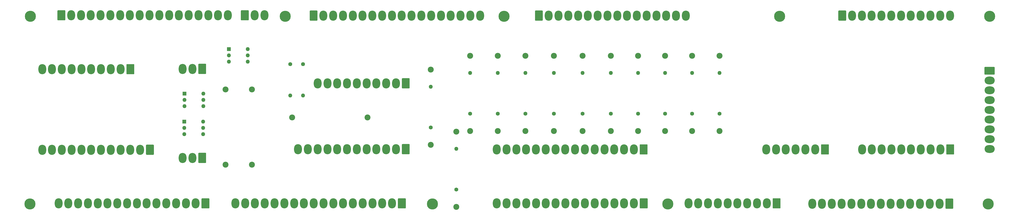
<source format=gts>
G04 #@! TF.GenerationSoftware,KiCad,Pcbnew,5.1.12-84ad8e8a86~92~ubuntu20.04.1*
G04 #@! TF.CreationDate,2022-03-17T08:21:24-04:00*
G04 #@! TF.ProjectId,sys11-interconnect,73797331-312d-4696-9e74-6572636f6e6e,1.1*
G04 #@! TF.SameCoordinates,Original*
G04 #@! TF.FileFunction,Soldermask,Top*
G04 #@! TF.FilePolarity,Negative*
%FSLAX46Y46*%
G04 Gerber Fmt 4.6, Leading zero omitted, Abs format (unit mm)*
G04 Created by KiCad (PCBNEW 5.1.12-84ad8e8a86~92~ubuntu20.04.1) date 2022-03-17 08:21:24*
%MOMM*%
%LPD*%
G01*
G04 APERTURE LIST*
%ADD10O,2.400000X2.400000*%
%ADD11C,2.400000*%
%ADD12O,1.600000X1.600000*%
%ADD13C,1.600000*%
%ADD14C,4.500000*%
%ADD15R,1.600000X1.600000*%
%ADD16O,3.160000X4.100000*%
%ADD17O,4.100000X3.160000*%
G04 APERTURE END LIST*
D10*
X127190500Y-114681000D03*
D11*
X157670500Y-114681000D03*
D12*
X299974000Y-96662000D03*
D13*
X299974000Y-113142000D03*
D10*
X299974000Y-89662000D03*
D11*
X299974000Y-120142000D03*
D12*
X288925000Y-96662000D03*
D13*
X288925000Y-113142000D03*
D10*
X288925000Y-89662000D03*
D11*
X288925000Y-120142000D03*
D12*
X278003000Y-96662000D03*
D13*
X278003000Y-113142000D03*
D10*
X278003000Y-89662000D03*
D11*
X278003000Y-120142000D03*
D12*
X267081000Y-96662000D03*
D13*
X267081000Y-113142000D03*
D10*
X267081000Y-89662000D03*
D11*
X267081000Y-120142000D03*
D12*
X256032000Y-96662000D03*
D13*
X256032000Y-113142000D03*
D10*
X256032000Y-89662000D03*
D11*
X256032000Y-120142000D03*
D12*
X244602000Y-96662000D03*
D13*
X244602000Y-113142000D03*
D10*
X244602000Y-89662000D03*
D11*
X244602000Y-120142000D03*
D12*
X233045000Y-96662000D03*
D13*
X233045000Y-113142000D03*
D10*
X233045000Y-89662000D03*
D11*
X233045000Y-120142000D03*
D12*
X221488000Y-96662000D03*
D13*
X221488000Y-113142000D03*
D10*
X221488000Y-89662000D03*
D11*
X221488000Y-120142000D03*
D12*
X210312000Y-96662000D03*
D13*
X210312000Y-113142000D03*
D10*
X210312000Y-89662000D03*
D11*
X210312000Y-120142000D03*
D12*
X199136000Y-96662000D03*
D13*
X199136000Y-113142000D03*
D10*
X199136000Y-89662000D03*
D11*
X199136000Y-120142000D03*
D12*
X183261000Y-102250000D03*
D13*
X183261000Y-118730000D03*
D10*
X183261000Y-95250000D03*
D11*
X183261000Y-125730000D03*
D12*
X193548000Y-127396000D03*
D13*
X193548000Y-143876000D03*
D10*
X193548000Y-120396000D03*
D11*
X193548000Y-150876000D03*
D14*
X408622500Y-149733000D03*
X279082500Y-149733000D03*
X183896000Y-149733000D03*
X21209000Y-149733000D03*
X409257500Y-73660000D03*
X324294500Y-73660000D03*
X212915500Y-73660000D03*
X124396500Y-73660000D03*
X21336000Y-73660000D03*
D12*
X126428500Y-105791000D03*
D13*
X126428500Y-93091000D03*
D12*
X131635500Y-105791000D03*
D13*
X131635500Y-93091000D03*
D12*
X91249500Y-116332000D03*
X83629500Y-121412000D03*
X91249500Y-118872000D03*
X83629500Y-118872000D03*
X91249500Y-121412000D03*
D15*
X83629500Y-116332000D03*
D12*
X91313000Y-105029000D03*
X83693000Y-110109000D03*
X91313000Y-107569000D03*
X83693000Y-107569000D03*
X91313000Y-110109000D03*
D15*
X83693000Y-105029000D03*
D12*
X109220000Y-86995000D03*
X101600000Y-92075000D03*
X109220000Y-89535000D03*
X101600000Y-89535000D03*
X109220000Y-92075000D03*
D15*
X101600000Y-86995000D03*
D10*
X110934500Y-103314500D03*
D11*
X110934500Y-133794500D03*
D10*
X100266500Y-103314500D03*
D11*
X100266500Y-133794500D03*
D16*
X137524500Y-100838000D03*
X141484500Y-100838000D03*
X145444500Y-100838000D03*
X149404500Y-100838000D03*
X153364500Y-100838000D03*
X157324500Y-100838000D03*
X161284500Y-100838000D03*
X165244500Y-100838000D03*
X169204500Y-100838000D03*
G36*
G01*
X174744500Y-99038000D02*
X174744500Y-102638000D01*
G75*
G02*
X174494500Y-102888000I-250000J0D01*
G01*
X171834500Y-102888000D01*
G75*
G02*
X171584500Y-102638000I0J250000D01*
G01*
X171584500Y-99038000D01*
G75*
G02*
X171834500Y-98788000I250000J0D01*
G01*
X174494500Y-98788000D01*
G75*
G02*
X174744500Y-99038000I0J-250000D01*
G01*
G37*
X32766000Y-149479000D03*
X36726000Y-149479000D03*
X40686000Y-149479000D03*
X44646000Y-149479000D03*
X48606000Y-149479000D03*
X52566000Y-149479000D03*
X56526000Y-149479000D03*
X60486000Y-149479000D03*
X64446000Y-149479000D03*
X68406000Y-149479000D03*
X72366000Y-149479000D03*
X76326000Y-149479000D03*
X80286000Y-149479000D03*
X84246000Y-149479000D03*
X88206000Y-149479000D03*
G36*
G01*
X93746000Y-147679000D02*
X93746000Y-151279000D01*
G75*
G02*
X93496000Y-151529000I-250000J0D01*
G01*
X90836000Y-151529000D01*
G75*
G02*
X90586000Y-151279000I0J250000D01*
G01*
X90586000Y-147679000D01*
G75*
G02*
X90836000Y-147429000I250000J0D01*
G01*
X93496000Y-147429000D01*
G75*
G02*
X93746000Y-147679000I0J-250000D01*
G01*
G37*
X26163000Y-127762000D03*
X30123000Y-127762000D03*
X34083000Y-127762000D03*
X38043000Y-127762000D03*
X42003000Y-127762000D03*
X45963000Y-127762000D03*
X49923000Y-127762000D03*
X53883000Y-127762000D03*
X57843000Y-127762000D03*
X61803000Y-127762000D03*
X65763000Y-127762000D03*
G36*
G01*
X71303000Y-125962000D02*
X71303000Y-129562000D01*
G75*
G02*
X71053000Y-129812000I-250000J0D01*
G01*
X68393000Y-129812000D01*
G75*
G02*
X68143000Y-129562000I0J250000D01*
G01*
X68143000Y-125962000D01*
G75*
G02*
X68393000Y-125712000I250000J0D01*
G01*
X71053000Y-125712000D01*
G75*
G02*
X71303000Y-125962000I0J-250000D01*
G01*
G37*
X26162000Y-95123000D03*
X30122000Y-95123000D03*
X34082000Y-95123000D03*
X38042000Y-95123000D03*
X42002000Y-95123000D03*
X45962000Y-95123000D03*
X49922000Y-95123000D03*
X53882000Y-95123000D03*
X57842000Y-95123000D03*
G36*
G01*
X63382000Y-93323000D02*
X63382000Y-96923000D01*
G75*
G02*
X63132000Y-97173000I-250000J0D01*
G01*
X60472000Y-97173000D01*
G75*
G02*
X60222000Y-96923000I0J250000D01*
G01*
X60222000Y-93323000D01*
G75*
G02*
X60472000Y-93073000I250000J0D01*
G01*
X63132000Y-93073000D01*
G75*
G02*
X63382000Y-93323000I0J-250000D01*
G01*
G37*
X82948500Y-131064000D03*
X86908500Y-131064000D03*
G36*
G01*
X92448500Y-129264000D02*
X92448500Y-132864000D01*
G75*
G02*
X92198500Y-133114000I-250000J0D01*
G01*
X89538500Y-133114000D01*
G75*
G02*
X89288500Y-132864000I0J250000D01*
G01*
X89288500Y-129264000D01*
G75*
G02*
X89538500Y-129014000I250000J0D01*
G01*
X92198500Y-129014000D01*
G75*
G02*
X92448500Y-129264000I0J-250000D01*
G01*
G37*
X82948500Y-94996000D03*
X86908500Y-94996000D03*
G36*
G01*
X92448500Y-93196000D02*
X92448500Y-96796000D01*
G75*
G02*
X92198500Y-97046000I-250000J0D01*
G01*
X89538500Y-97046000D01*
G75*
G02*
X89288500Y-96796000I0J250000D01*
G01*
X89288500Y-93196000D01*
G75*
G02*
X89538500Y-92946000I250000J0D01*
G01*
X92198500Y-92946000D01*
G75*
G02*
X92448500Y-93196000I0J-250000D01*
G01*
G37*
X104257000Y-149479000D03*
X108217000Y-149479000D03*
X112177000Y-149479000D03*
X116137000Y-149479000D03*
X120097000Y-149479000D03*
X124057000Y-149479000D03*
X128017000Y-149479000D03*
X131977000Y-149479000D03*
X135937000Y-149479000D03*
X139897000Y-149479000D03*
X143857000Y-149479000D03*
X147817000Y-149479000D03*
X151777000Y-149479000D03*
X155737000Y-149479000D03*
X159697000Y-149479000D03*
X163657000Y-149479000D03*
X167617000Y-149479000D03*
G36*
G01*
X173157000Y-147679000D02*
X173157000Y-151279000D01*
G75*
G02*
X172907000Y-151529000I-250000J0D01*
G01*
X170247000Y-151529000D01*
G75*
G02*
X169997000Y-151279000I0J250000D01*
G01*
X169997000Y-147679000D01*
G75*
G02*
X170247000Y-147429000I250000J0D01*
G01*
X172907000Y-147429000D01*
G75*
G02*
X173157000Y-147679000I0J-250000D01*
G01*
G37*
X129604500Y-127508000D03*
X133564500Y-127508000D03*
X137524500Y-127508000D03*
X141484500Y-127508000D03*
X145444500Y-127508000D03*
X149404500Y-127508000D03*
X153364500Y-127508000D03*
X157324500Y-127508000D03*
X161284500Y-127508000D03*
X165244500Y-127508000D03*
X169204500Y-127508000D03*
G36*
G01*
X174744500Y-125708000D02*
X174744500Y-129308000D01*
G75*
G02*
X174494500Y-129558000I-250000J0D01*
G01*
X171834500Y-129558000D01*
G75*
G02*
X171584500Y-129308000I0J250000D01*
G01*
X171584500Y-125708000D01*
G75*
G02*
X171834500Y-125458000I250000J0D01*
G01*
X174494500Y-125458000D01*
G75*
G02*
X174744500Y-125708000I0J-250000D01*
G01*
G37*
X209967000Y-149479000D03*
X213927000Y-149479000D03*
X217887000Y-149479000D03*
X221847000Y-149479000D03*
X225807000Y-149479000D03*
X229767000Y-149479000D03*
X233727000Y-149479000D03*
X237687000Y-149479000D03*
X241647000Y-149479000D03*
X245607000Y-149479000D03*
X249567000Y-149479000D03*
X253527000Y-149479000D03*
X257487000Y-149479000D03*
X261447000Y-149479000D03*
X265407000Y-149479000D03*
G36*
G01*
X270947000Y-147679000D02*
X270947000Y-151279000D01*
G75*
G02*
X270697000Y-151529000I-250000J0D01*
G01*
X268037000Y-151529000D01*
G75*
G02*
X267787000Y-151279000I0J250000D01*
G01*
X267787000Y-147679000D01*
G75*
G02*
X268037000Y-147429000I250000J0D01*
G01*
X270697000Y-147429000D01*
G75*
G02*
X270947000Y-147679000I0J-250000D01*
G01*
G37*
X209931000Y-127635000D03*
X213891000Y-127635000D03*
X217851000Y-127635000D03*
X221811000Y-127635000D03*
X225771000Y-127635000D03*
X229731000Y-127635000D03*
X233691000Y-127635000D03*
X237651000Y-127635000D03*
X241611000Y-127635000D03*
X245571000Y-127635000D03*
X249531000Y-127635000D03*
X253491000Y-127635000D03*
X257451000Y-127635000D03*
X261411000Y-127635000D03*
X265371000Y-127635000D03*
G36*
G01*
X270911000Y-125835000D02*
X270911000Y-129435000D01*
G75*
G02*
X270661000Y-129685000I-250000J0D01*
G01*
X268001000Y-129685000D01*
G75*
G02*
X267751000Y-129435000I0J250000D01*
G01*
X267751000Y-125835000D01*
G75*
G02*
X268001000Y-125585000I250000J0D01*
G01*
X270661000Y-125585000D01*
G75*
G02*
X270911000Y-125835000I0J-250000D01*
G01*
G37*
X287448000Y-149479000D03*
X291408000Y-149479000D03*
X295368000Y-149479000D03*
X299328000Y-149479000D03*
X303288000Y-149479000D03*
X307248000Y-149479000D03*
X311208000Y-149479000D03*
X315168000Y-149479000D03*
X319128000Y-149479000D03*
G36*
G01*
X324668000Y-147679000D02*
X324668000Y-151279000D01*
G75*
G02*
X324418000Y-151529000I-250000J0D01*
G01*
X321758000Y-151529000D01*
G75*
G02*
X321508000Y-151279000I0J250000D01*
G01*
X321508000Y-147679000D01*
G75*
G02*
X321758000Y-147429000I250000J0D01*
G01*
X324418000Y-147429000D01*
G75*
G02*
X324668000Y-147679000I0J-250000D01*
G01*
G37*
X318886000Y-127635000D03*
X322846000Y-127635000D03*
X326806000Y-127635000D03*
X330766000Y-127635000D03*
X334726000Y-127635000D03*
X338686000Y-127635000D03*
G36*
G01*
X344226000Y-125835000D02*
X344226000Y-129435000D01*
G75*
G02*
X343976000Y-129685000I-250000J0D01*
G01*
X341316000Y-129685000D01*
G75*
G02*
X341066000Y-129435000I0J250000D01*
G01*
X341066000Y-125835000D01*
G75*
G02*
X341316000Y-125585000I250000J0D01*
G01*
X343976000Y-125585000D01*
G75*
G02*
X344226000Y-125835000I0J-250000D01*
G01*
G37*
X337498000Y-149606000D03*
X341458000Y-149606000D03*
X345418000Y-149606000D03*
X349378000Y-149606000D03*
X353338000Y-149606000D03*
X357298000Y-149606000D03*
X361258000Y-149606000D03*
X365218000Y-149606000D03*
X369178000Y-149606000D03*
X373138000Y-149606000D03*
X377098000Y-149606000D03*
X381058000Y-149606000D03*
X385018000Y-149606000D03*
X388978000Y-149606000D03*
G36*
G01*
X394518000Y-147806000D02*
X394518000Y-151406000D01*
G75*
G02*
X394268000Y-151656000I-250000J0D01*
G01*
X391608000Y-151656000D01*
G75*
G02*
X391358000Y-151406000I0J250000D01*
G01*
X391358000Y-147806000D01*
G75*
G02*
X391608000Y-147556000I250000J0D01*
G01*
X394268000Y-147556000D01*
G75*
G02*
X394518000Y-147806000I0J-250000D01*
G01*
G37*
X357632000Y-127635000D03*
X361592000Y-127635000D03*
X365552000Y-127635000D03*
X369512000Y-127635000D03*
X373472000Y-127635000D03*
X377432000Y-127635000D03*
X381392000Y-127635000D03*
X385352000Y-127635000D03*
X389312000Y-127635000D03*
G36*
G01*
X394852000Y-125835000D02*
X394852000Y-129435000D01*
G75*
G02*
X394602000Y-129685000I-250000J0D01*
G01*
X391942000Y-129685000D01*
G75*
G02*
X391692000Y-129435000I0J250000D01*
G01*
X391692000Y-125835000D01*
G75*
G02*
X391942000Y-125585000I250000J0D01*
G01*
X394602000Y-125585000D01*
G75*
G02*
X394852000Y-125835000I0J-250000D01*
G01*
G37*
D17*
X409194000Y-127438000D03*
X409194000Y-123478000D03*
X409194000Y-119518000D03*
X409194000Y-115558000D03*
X409194000Y-111598000D03*
X409194000Y-107638000D03*
X409194000Y-103678000D03*
X409194000Y-99718000D03*
G36*
G01*
X407394000Y-94178000D02*
X410994000Y-94178000D01*
G75*
G02*
X411244000Y-94428000I0J-250000D01*
G01*
X411244000Y-97088000D01*
G75*
G02*
X410994000Y-97338000I-250000J0D01*
G01*
X407394000Y-97338000D01*
G75*
G02*
X407144000Y-97088000I0J250000D01*
G01*
X407144000Y-94428000D01*
G75*
G02*
X407394000Y-94178000I250000J0D01*
G01*
G37*
D16*
X393191000Y-73406000D03*
X389231000Y-73406000D03*
X385271000Y-73406000D03*
X381311000Y-73406000D03*
X377351000Y-73406000D03*
X373391000Y-73406000D03*
X369431000Y-73406000D03*
X365471000Y-73406000D03*
X361511000Y-73406000D03*
X357551000Y-73406000D03*
X353591000Y-73406000D03*
G36*
G01*
X348051000Y-75206000D02*
X348051000Y-71606000D01*
G75*
G02*
X348301000Y-71356000I250000J0D01*
G01*
X350961000Y-71356000D01*
G75*
G02*
X351211000Y-71606000I0J-250000D01*
G01*
X351211000Y-75206000D01*
G75*
G02*
X350961000Y-75456000I-250000J0D01*
G01*
X348301000Y-75456000D01*
G75*
G02*
X348051000Y-75206000I0J250000D01*
G01*
G37*
X286385000Y-73406000D03*
X282425000Y-73406000D03*
X278465000Y-73406000D03*
X274505000Y-73406000D03*
X270545000Y-73406000D03*
X266585000Y-73406000D03*
X262625000Y-73406000D03*
X258665000Y-73406000D03*
X254705000Y-73406000D03*
X250745000Y-73406000D03*
X246785000Y-73406000D03*
X242825000Y-73406000D03*
X238865000Y-73406000D03*
X234905000Y-73406000D03*
X230945000Y-73406000D03*
G36*
G01*
X225405000Y-75206000D02*
X225405000Y-71606000D01*
G75*
G02*
X225655000Y-71356000I250000J0D01*
G01*
X228315000Y-71356000D01*
G75*
G02*
X228565000Y-71606000I0J-250000D01*
G01*
X228565000Y-75206000D01*
G75*
G02*
X228315000Y-75456000I-250000J0D01*
G01*
X225655000Y-75456000D01*
G75*
G02*
X225405000Y-75206000I0J250000D01*
G01*
G37*
X203210000Y-73406000D03*
X199250000Y-73406000D03*
X195290000Y-73406000D03*
X191330000Y-73406000D03*
X187370000Y-73406000D03*
X183410000Y-73406000D03*
X179450000Y-73406000D03*
X175490000Y-73406000D03*
X171530000Y-73406000D03*
X167570000Y-73406000D03*
X163610000Y-73406000D03*
X159650000Y-73406000D03*
X155690000Y-73406000D03*
X151730000Y-73406000D03*
X147770000Y-73406000D03*
X143810000Y-73406000D03*
X139850000Y-73406000D03*
G36*
G01*
X134310000Y-75206000D02*
X134310000Y-71606000D01*
G75*
G02*
X134560000Y-71356000I250000J0D01*
G01*
X137220000Y-71356000D01*
G75*
G02*
X137470000Y-71606000I0J-250000D01*
G01*
X137470000Y-75206000D01*
G75*
G02*
X137220000Y-75456000I-250000J0D01*
G01*
X134560000Y-75456000D01*
G75*
G02*
X134310000Y-75206000I0J250000D01*
G01*
G37*
X115997000Y-73279000D03*
X112037000Y-73279000D03*
G36*
G01*
X106497000Y-75079000D02*
X106497000Y-71479000D01*
G75*
G02*
X106747000Y-71229000I250000J0D01*
G01*
X109407000Y-71229000D01*
G75*
G02*
X109657000Y-71479000I0J-250000D01*
G01*
X109657000Y-75079000D01*
G75*
G02*
X109407000Y-75329000I-250000J0D01*
G01*
X106747000Y-75329000D01*
G75*
G02*
X106497000Y-75079000I0J250000D01*
G01*
G37*
X101229000Y-73279000D03*
X97269000Y-73279000D03*
X93309000Y-73279000D03*
X89349000Y-73279000D03*
X85389000Y-73279000D03*
X81429000Y-73279000D03*
X77469000Y-73279000D03*
X73509000Y-73279000D03*
X69549000Y-73279000D03*
X65589000Y-73279000D03*
X61629000Y-73279000D03*
X57669000Y-73279000D03*
X53709000Y-73279000D03*
X49749000Y-73279000D03*
X45789000Y-73279000D03*
X41829000Y-73279000D03*
X37869000Y-73279000D03*
G36*
G01*
X32329000Y-75079000D02*
X32329000Y-71479000D01*
G75*
G02*
X32579000Y-71229000I250000J0D01*
G01*
X35239000Y-71229000D01*
G75*
G02*
X35489000Y-71479000I0J-250000D01*
G01*
X35489000Y-75079000D01*
G75*
G02*
X35239000Y-75329000I-250000J0D01*
G01*
X32579000Y-75329000D01*
G75*
G02*
X32329000Y-75079000I0J250000D01*
G01*
G37*
M02*

</source>
